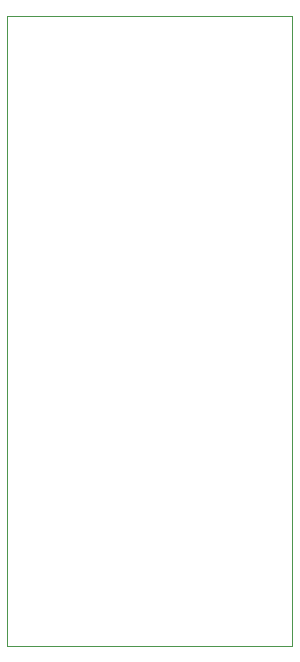
<source format=gbr>
%TF.GenerationSoftware,KiCad,Pcbnew,(5.1.6)-1*%
%TF.CreationDate,2021-12-04T14:03:29-08:00*%
%TF.ProjectId,Speeduino Pin Test Board,53706565-6475-4696-9e6f-2050696e2054,rev?*%
%TF.SameCoordinates,Original*%
%TF.FileFunction,Profile,NP*%
%FSLAX46Y46*%
G04 Gerber Fmt 4.6, Leading zero omitted, Abs format (unit mm)*
G04 Created by KiCad (PCBNEW (5.1.6)-1) date 2021-12-04 14:03:29*
%MOMM*%
%LPD*%
G01*
G04 APERTURE LIST*
%TA.AperFunction,Profile*%
%ADD10C,0.050000*%
%TD*%
G04 APERTURE END LIST*
D10*
X126365000Y-108585000D02*
X126365000Y-55245000D01*
X150495000Y-108585000D02*
X126365000Y-108585000D01*
X150495000Y-55245000D02*
X150495000Y-108585000D01*
X126365000Y-55245000D02*
X150495000Y-55245000D01*
M02*

</source>
